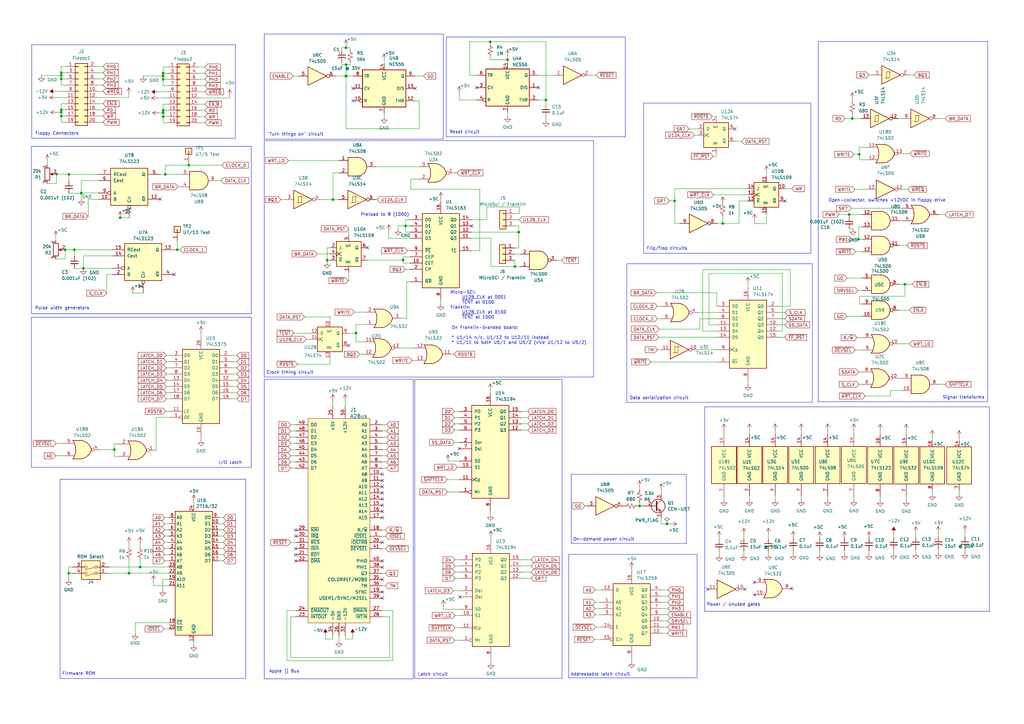
<source format=kicad_sch>
(kicad_sch (version 20230121) (generator eeschema)

  (uuid 56eaaa0c-e1fe-4237-9a20-09a5d3261c04)

  (paper "A3")

  (title_block
    (title "Micro-SCI Floppy Drive Controller")
    (date "2023-07-17")
    (rev "v0.2")
    (company "RyuCats")
  )

  

  (junction (at 352.3996 63.2968) (diameter 0) (color 0 0 0 0)
    (uuid 0eb7f77a-1691-46a5-beb9-708ba98faadf)
  )
  (junction (at 141.9606 31.1912) (diameter 0) (color 0 0 0 0)
    (uuid 13592c1d-8d3a-4a77-9349-f40d5d958c1c)
  )
  (junction (at 49.276 89.3064) (diameter 0) (color 0 0 0 0)
    (uuid 14d45346-d329-43a1-b9b8-64a35b0c2786)
  )
  (junction (at 25.1206 47.5996) (diameter 0) (color 0 0 0 0)
    (uuid 15f43f1c-accb-4895-805a-096f40d54a7a)
  )
  (junction (at 57.4802 232.5624) (diameter 0) (color 0 0 0 0)
    (uuid 227877cb-8d6b-42dd-9f7a-f23170c0b15d)
  )
  (junction (at 66.9036 46.2788) (diameter 0) (color 0 0 0 0)
    (uuid 227ba67b-bd2a-403b-9cca-ece13dfc9a29)
  )
  (junction (at 349.5548 48.6156) (diameter 0) (color 0 0 0 0)
    (uuid 22d6e3b8-95bd-43ec-9b4a-155fdcc0cc26)
  )
  (junction (at 262.3312 207.518) (diameter 0) (color 0 0 0 0)
    (uuid 23e17ec8-9479-4c85-9262-9a7a693e4f16)
  )
  (junction (at 66.9036 32.5628) (diameter 0) (color 0 0 0 0)
    (uuid 2668cc68-5cd8-4256-8d5f-46a4b9c3d00f)
  )
  (junction (at 23.1902 71.3994) (diameter 0) (color 0 0 0 0)
    (uuid 29ede8ec-7163-4f64-b12a-891361f6d83e)
  )
  (junction (at 141.9352 31.1912) (diameter 0) (color 0 0 0 0)
    (uuid 2ad1150c-6a6d-4f48-80de-136a5933bf00)
  )
  (junction (at 66.9036 45.2628) (diameter 0) (color 0 0 0 0)
    (uuid 3676ef53-63ee-4f61-b495-9fda43b885aa)
  )
  (junction (at 52.9082 235.1024) (diameter 0) (color 0 0 0 0)
    (uuid 4047e49c-241f-4070-8ebb-d2175194a5a3)
  )
  (junction (at 25.1206 45.0596) (diameter 0) (color 0 0 0 0)
    (uuid 40a6aa2a-e077-4ccc-98cc-345cab0b77dd)
  )
  (junction (at 25.1206 32.3596) (diameter 0) (color 0 0 0 0)
    (uuid 427efada-0d99-44ee-b65a-61a94a1ba131)
  )
  (junction (at 25.1206 46.0756) (diameter 0) (color 0 0 0 0)
    (uuid 44148518-9c6e-4761-89b6-5d970091b980)
  )
  (junction (at 66.9036 47.8028) (diameter 0) (color 0 0 0 0)
    (uuid 48719128-be50-41b3-839a-ab256d4cf8cc)
  )
  (junction (at 67.7672 71.5264) (diameter 0) (color 0 0 0 0)
    (uuid 5003d7e0-03d4-4a97-9867-30b08d65563e)
  )
  (junction (at 25.1206 29.8196) (diameter 0) (color 0 0 0 0)
    (uuid 5064e6d7-e5c5-4f08-9333-555f72eee4ee)
  )
  (junction (at 208.1784 24.4856) (diameter 0) (color 0 0 0 0)
    (uuid 52c27fbd-9fc4-4e48-90e6-38e3a0d82b5d)
  )
  (junction (at 77.4192 67.7672) (diameter 0) (color 0 0 0 0)
    (uuid 531f59de-cffa-4898-944c-2df625fa4f9d)
  )
  (junction (at 371.1448 116.586) (diameter 0) (color 0 0 0 0)
    (uuid 5481632d-fd31-48d1-9241-3db81d2839df)
  )
  (junction (at 166.3192 92.6592) (diameter 0) (color 0 0 0 0)
    (uuid 62ec17b1-65c1-4c8e-8373-71d96a4abc8f)
  )
  (junction (at 201.0664 17.1196) (diameter 0) (color 0 0 0 0)
    (uuid 68ac5519-04af-4e05-a4cf-db1e10ee5e75)
  )
  (junction (at 25.1206 30.9626) (diameter 0) (color 0 0 0 0)
    (uuid 6a049e7b-9826-405a-8ee8-2a6dd344f06c)
  )
  (junction (at 212.7504 95.1992) (diameter 0) (color 0 0 0 0)
    (uuid 76f27323-c1b6-4a00-a4f9-70e5b2fc6f64)
  )
  (junction (at 296.418 91.6432) (diameter 0) (color 0 0 0 0)
    (uuid 79353c67-35db-4fb8-abb6-9245fc42cbe6)
  )
  (junction (at 72.6948 102.4128) (diameter 0) (color 0 0 0 0)
    (uuid 7ce3703f-729a-4203-950c-652f669b6459)
  )
  (junction (at 26.7208 102.4128) (diameter 0) (color 0 0 0 0)
    (uuid 8333f7e2-3100-475c-84ac-bd4fd90e46a2)
  )
  (junction (at 141.9098 19.6088) (diameter 0) (color 0 0 0 0)
    (uuid 85293332-46cf-469f-9f14-444ea1474be8)
  )
  (junction (at 145.9992 136.652) (diameter 0) (color 0 0 0 0)
    (uuid 8a6f51da-dbd5-4499-9d4d-062cfa0c7452)
  )
  (junction (at 165.3032 106.68) (diameter 0) (color 0 0 0 0)
    (uuid 977745df-e2a3-4c8b-8cd8-4034ea36c9c3)
  )
  (junction (at 66.9036 30.0228) (diameter 0) (color 0 0 0 0)
    (uuid 9b875f30-8f9b-4b5b-b27e-88f17676d28e)
  )
  (junction (at 33.3502 79.1464) (diameter 0) (color 0 0 0 0)
    (uuid 9f9bb35f-05c9-4917-bf0a-74edb9b5decb)
  )
  (junction (at 352.1456 98.1456) (diameter 0) (color 0 0 0 0)
    (uuid ad2be07c-8a30-4aa7-a902-e507f61e2d74)
  )
  (junction (at 28.2702 71.5264) (diameter 0) (color 0 0 0 0)
    (uuid ad8a0025-e6c4-4a4a-96d1-a3bb46b52a4d)
  )
  (junction (at 134.1628 106.68) (diameter 0) (color 0 0 0 0)
    (uuid ae179397-46b0-4a33-ac43-4aafafbfe5b9)
  )
  (junction (at 273.558 214.884) (diameter 0) (color 0 0 0 0)
    (uuid b0f8be71-f714-4244-b97f-54dbc83dae95)
  )
  (junction (at 28.194 235.1024) (diameter 0) (color 0 0 0 0)
    (uuid b1859a5c-1e6b-49d8-81c4-6f093d35efed)
  )
  (junction (at 276.7076 82.3976) (diameter 0) (color 0 0 0 0)
    (uuid b4a3bb6a-530b-4020-a7aa-af7ad092ce73)
  )
  (junction (at 34.2138 110.0328) (diameter 0) (color 0 0 0 0)
    (uuid b56295da-b4a2-4945-9c4d-f118b61e7a62)
  )
  (junction (at 141.9606 26.5176) (diameter 0) (color 0 0 0 0)
    (uuid b69758b6-d427-4d1f-9770-f7c02da649a6)
  )
  (junction (at 46.8884 184.404) (diameter 0) (color 0 0 0 0)
    (uuid c4f9e4e2-930d-4690-8724-998bb53a0423)
  )
  (junction (at 348.2848 87.9856) (diameter 0) (color 0 0 0 0)
    (uuid c6e410d8-fbfc-44b4-bcd8-be6e4755ff5a)
  )
  (junction (at 211.1756 109.3216) (diameter 0) (color 0 0 0 0)
    (uuid e4552e4c-cca1-4eb3-a435-a3bdac03e800)
  )
  (junction (at 136.5758 81.8388) (diameter 0) (color 0 0 0 0)
    (uuid ed67b67e-a426-4e33-b6fc-58e6ea6d54f9)
  )
  (junction (at 30.5308 102.4128) (diameter 0) (color 0 0 0 0)
    (uuid f08fc34c-75fd-4391-ab9e-36ec8f420cd0)
  )
  (junction (at 33.3502 79.2734) (diameter 0) (color 0 0 0 0)
    (uuid f2487e48-6677-414e-8fde-0accde918ba7)
  )
  (junction (at 223.9264 40.9956) (diameter 0) (color 0 0 0 0)
    (uuid f58bedbe-f86d-4c34-b2d0-1df5e8ec9b59)
  )
  (junction (at 66.9036 31.1658) (diameter 0) (color 0 0 0 0)
    (uuid fd8434a6-ac94-4e1e-834a-b713ca90d0b1)
  )

  (no_connect (at 121.2596 219.9386) (uuid 00079c83-a711-4f95-8171-4707c1ffe4f2))
  (no_connect (at 188.4172 184.023) (uuid 0023254e-99a6-4e38-9aea-036adb434f94))
  (no_connect (at 305.5366 241.681) (uuid 09946f3d-95c5-4e83-bdee-666ac37263df))
  (no_connect (at 220.8784 35.9156) (uuid 0b4616bb-b68c-4768-b13c-bb3ab37b1241))
  (no_connect (at 156.8196 242.7986) (uuid 11d10470-6e67-4a4b-a7d4-b72ef4a9d1ca))
  (no_connect (at 142.9512 141.732) (uuid 2152bf48-a03d-4428-a1b1-5d9930c6322c))
  (no_connect (at 321.9704 82.4484) (uuid 2357aadf-b5b6-4a47-84a0-ec9270bf8db0))
  (no_connect (at 156.8196 202.1586) (uuid 2dd1b146-5821-42d2-b7b7-652f3d37495f))
  (no_connect (at 156.8196 232.6386) (uuid 3885ffd3-fd3b-4dba-b4f6-fb833d8d535c))
  (no_connect (at 121.2596 227.5586) (uuid 3bb3b145-9e54-4d85-a684-3f371eba77c4))
  (no_connect (at 121.2596 230.0986) (uuid 40c3baa7-d5b0-4c7e-89ad-714f7d1d467f))
  (no_connect (at 71.4248 112.5728) (uuid 46481c9d-3219-495e-99d8-4db677316f31))
  (no_connect (at 144.8562 41.3512) (uuid 4e90335f-0b5c-44b6-954e-50c9221d83fb))
  (no_connect (at 309.4228 243.9416) (uuid 55a97291-90c8-48d1-b85b-42536268fe43))
  (no_connect (at 156.8196 197.0786) (uuid 5a352595-70d1-4dc3-83fe-9cc43b2ea3b8))
  (no_connect (at 121.2596 217.3986) (uuid 5c47f2df-94cd-4506-8fb8-5fba0f3f15d4))
  (no_connect (at 301.3456 52.8828) (uuid 67e50e74-ce51-41c4-8715-55e602ab574f))
  (no_connect (at 156.8196 222.4786) (uuid 730a19e5-44b6-4b85-b39d-3319b8b30c0e))
  (no_connect (at 156.8196 209.7786) (uuid 745f3071-b71a-4126-8cfe-b28100f2c83d))
  (no_connect (at 150.6728 101.6) (uuid 7f69b8a6-fd8d-4ebf-9fac-fb9372e95fdf))
  (no_connect (at 156.8196 237.7186) (uuid 83fd2193-17e5-4a27-adca-61ac1df8125e))
  (no_connect (at 324.6628 241.4016) (uuid 878414e4-e89b-4b62-b96a-3a45817a5ccd))
  (no_connect (at 170.2562 36.2712) (uuid 8f8dedf8-ce30-4ef7-94e6-bf4dd6dfbe7d))
  (no_connect (at 156.8196 245.3386) (uuid 956a391a-da2c-4d12-905e-127887b4e204))
  (no_connect (at 121.2596 225.0186) (uuid af4080e4-3e4a-42fa-a388-9422b5495276))
  (no_connect (at 309.4228 238.8616) (uuid b084c7d8-103e-4844-afc5-634992033d4b))
  (no_connect (at 195.4784 35.9156) (uuid bb9f08b1-817c-4157-86a8-001ebeb5682d))
  (no_connect (at 156.8196 194.5386) (uuid bd9d7e14-21b3-4dcd-9f41-a79fe09ce87e))
  (no_connect (at 193.4972 92.6592) (uuid c0166046-6244-47a5-9534-d1f90d7e129b))
  (no_connect (at 156.8196 199.6186) (uuid c06ada5e-2a3b-4df5-9a4d-1d7db4b05dca))
  (no_connect (at 156.8196 207.2386) (uuid cfd67672-d5af-4a82-ac5e-032c54d5ca3f))
  (no_connect (at 290.2966 241.681) (uuid d9ee195d-667c-46b5-8c90-2d715e6afbee))
  (no_connect (at 156.8196 212.3186) (uuid dad0e8de-846b-4927-a07b-a135ef708439))
  (no_connect (at 156.8196 230.0986) (uuid e84d737c-cffc-4102-ae0c-16e7870ea92c))
  (no_connect (at 144.8562 36.2712) (uuid e85963b0-aca1-4e88-8dcc-ea6a2b30aa16))
  (no_connect (at 188.6204 244.8052) (uuid f56a3247-35bc-4734-a52e-0c4d8a7dd57a))
  (no_connect (at 156.8196 204.6986) (uuid f83a257c-1ff9-4bb7-ae91-0221c4808d11))
  (no_connect (at 65.7352 81.6864) (uuid fbba59ff-199c-431d-9558-e8c866b5ce8c))

  (wire (pts (xy 199.6948 84.8868) (xy 199.6948 90.1192))
    (stroke (width 0) (type default))
    (uuid 00574d2a-adbb-461e-bfab-c3030d96eb4f)
  )
  (wire (pts (xy 44.9072 232.5624) (xy 57.4802 232.5624))
    (stroke (width 0) (type default))
    (uuid 0069cff1-7758-4892-937b-381c82fabe50)
  )
  (wire (pts (xy 214.0204 229.5652) (xy 217.8304 229.5652))
    (stroke (width 0) (type default))
    (uuid 007e0ebe-d85a-4638-af77-d1a23acf3dd8)
  )
  (wire (pts (xy 193.4972 102.8192) (xy 196.7484 102.8192))
    (stroke (width 0) (type default))
    (uuid 00886f5c-4976-4610-9ff6-c8245aa5e3db)
  )
  (wire (pts (xy 270.1544 138.3284) (xy 294.0812 138.3284))
    (stroke (width 0) (type default))
    (uuid 00f4b3b9-78f1-4610-b5e0-84f3d25adcc5)
  )
  (wire (pts (xy 25.1206 32.3596) (xy 25.1206 34.8996))
    (stroke (width 0) (type default))
    (uuid 00f7c9a1-a7ec-475d-ae41-a3a9244fac3f)
  )
  (wire (pts (xy 188.3664 196.723) (xy 188.3664 196.6976))
    (stroke (width 0) (type default))
    (uuid 0109a42f-4b31-4ebe-876a-96b722593589)
  )
  (wire (pts (xy 171.9072 52.7812) (xy 171.9072 41.3512))
    (stroke (width 0) (type default))
    (uuid 01e83326-4e98-4d5f-82ec-8f0b7bea881a)
  )
  (wire (pts (xy 271.78 259.7404) (xy 273.7612 259.7404))
    (stroke (width 0) (type default))
    (uuid 039917d2-99a2-4522-8665-986db18d8e31)
  )
  (wire (pts (xy 328.6252 176.403) (xy 328.6252 178.054))
    (stroke (width 0) (type default))
    (uuid 040dbea4-9977-4a31-9393-13ea60b16445)
  )
  (wire (pts (xy 89.6112 219.8624) (xy 91.6432 219.8624))
    (stroke (width 0) (type default))
    (uuid 04752ae3-bfc2-458d-bdc8-afea6c7649ee)
  )
  (wire (pts (xy 314.3504 91.694) (xy 309.5244 91.694))
    (stroke (width 0) (type default))
    (uuid 04a6efa1-aa9e-4645-bd05-c8e4cdf162a6)
  )
  (wire (pts (xy 165.3032 105.3592) (xy 165.3032 106.68))
    (stroke (width 0) (type default))
    (uuid 04c4f103-cb52-4f78-8869-ddd422c5923e)
  )
  (wire (pts (xy 306.7812 156.1084) (xy 306.7812 157.6324))
    (stroke (width 0) (type default))
    (uuid 05420eaf-24bd-4d1e-99bf-3be6ddd68c66)
  )
  (wire (pts (xy 292.0746 47.8028) (xy 293.7256 47.8028))
    (stroke (width 0) (type default))
    (uuid 05c4193c-faca-4502-a4be-7633bebf234d)
  )
  (wire (pts (xy 271.78 254.6604) (xy 273.812 254.6604))
    (stroke (width 0) (type default))
    (uuid 05fc5cc0-bb44-4350-a781-560e0e3b4c4c)
  )
  (wire (pts (xy 117.7036 250.4186) (xy 117.7036 270.9926))
    (stroke (width 0) (type default))
    (uuid 06181ce3-b06b-4529-8cce-dd2810672270)
  )
  (wire (pts (xy 349.5548 46.6852) (xy 349.5548 48.6156))
    (stroke (width 0) (type default))
    (uuid 06218eff-932a-4ad7-ab6b-b89dec2588f6)
  )
  (wire (pts (xy 69.2912 224.9424) (xy 67.5132 224.9424))
    (stroke (width 0) (type default))
    (uuid 064b29a8-f9a3-4267-b587-373d5046518a)
  )
  (wire (pts (xy 214.376 176.3776) (xy 216.4842 176.3776))
    (stroke (width 0) (type default))
    (uuid 0656086a-1f5b-495e-8615-b7c40f0badad)
  )
  (wire (pts (xy 65.7352 71.5264) (xy 67.7672 71.5264))
    (stroke (width 0) (type default))
    (uuid 0658e204-d1d7-4688-850d-e45c9a506c98)
  )
  (wire (pts (xy 170.2562 31.1912) (xy 173.7106 31.1912))
    (stroke (width 0) (type default))
    (uuid 067721b1-e889-468c-8cef-c43830664980)
  )
  (wire (pts (xy 188.2648 168.7576) (xy 186.3852 168.7576))
    (stroke (width 0) (type default))
    (uuid 0754172d-7b54-485f-b2c6-89de78d13fc8)
  )
  (wire (pts (xy 22.9616 39.9796) (xy 27.0256 39.9796))
    (stroke (width 0) (type default))
    (uuid 07851094-48db-4000-b57f-0f0e1e1f126f)
  )
  (wire (pts (xy 180.7972 81.4832) (xy 180.7972 82.4992))
    (stroke (width 0) (type default))
    (uuid 09aa1bf2-8a17-4f34-8d88-8b81ad5c5abb)
  )
  (wire (pts (xy 39.7256 45.0596) (xy 42.2656 45.0596))
    (stroke (width 0) (type default))
    (uuid 09c87717-7ef4-45f4-b64d-0750365e4a24)
  )
  (wire (pts (xy 68.2244 148.336) (xy 69.7484 148.336))
    (stroke (width 0) (type default))
    (uuid 0a0b1b1c-92a4-478c-aa5b-ee031bba2f03)
  )
  (wire (pts (xy 52.9082 235.1024) (xy 69.2912 235.1024))
    (stroke (width 0) (type default))
    (uuid 0b2ece80-3483-4240-b6c8-87d84edcd6a8)
  )
  (wire (pts (xy 68.2244 150.876) (xy 69.7484 150.876))
    (stroke (width 0) (type default))
    (uuid 0b68a056-85b6-48d1-a2cc-038c8a65659f)
  )
  (wire (pts (xy 66.7512 241.9096) (xy 66.7512 237.6424))
    (stroke (width 0) (type default))
    (uuid 0c0c9414-8569-47d0-9bbd-a5c6f7990176)
  )
  (wire (pts (xy 124.9172 129.9972) (xy 135.3312 129.9972))
    (stroke (width 0) (type default))
    (uuid 0c245cbd-de2b-42e4-ad95-41f85b657bc9)
  )
  (wire (pts (xy 352.3996 65.532) (xy 355.4476 65.532))
    (stroke (width 0) (type default))
    (uuid 0c490525-8dc8-42cf-8f5d-14c1f973c5bc)
  )
  (wire (pts (xy 27.0256 27.2796) (xy 25.1206 27.2796))
    (stroke (width 0) (type default))
    (uuid 0d15b18c-8f36-417c-8627-6d7fc247b2d0)
  )
  (wire (pts (xy 269.6972 130.7084) (xy 271.2212 130.7084))
    (stroke (width 0) (type default))
    (uuid 0d5c8966-853d-4aee-89ff-753b20ea3fd6)
  )
  (wire (pts (xy 25.1206 45.0596) (xy 27.0256 45.0596))
    (stroke (width 0) (type default))
    (uuid 0d838062-46de-45e9-bfdd-65e77dd8aee8)
  )
  (wire (pts (xy 67.9704 168.656) (xy 69.7484 168.656))
    (stroke (width 0) (type default))
    (uuid 0e12576a-5d20-430c-b87b-bc4facb73712)
  )
  (wire (pts (xy 350.2152 63.2968) (xy 352.3996 63.2968))
    (stroke (width 0) (type default))
    (uuid 0e4c835e-1a72-4fc8-beef-fd110906edea)
  )
  (wire (pts (xy 214.0204 232.1052) (xy 217.8304 232.1052))
    (stroke (width 0) (type default))
    (uuid 0f094e4b-acc5-4d61-81bb-2d09930a28bd)
  )
  (wire (pts (xy 262.3312 199.644) (xy 262.3312 201.041))
    (stroke (width 0) (type default))
    (uuid 10252dee-e0c1-46aa-b100-90f76de019ec)
  )
  (wire (pts (xy 159.8676 269.7226) (xy 159.8676 252.9586))
    (stroke (width 0) (type default))
    (uuid 103875b5-8d01-45bb-9766-b4bffd2a91ed)
  )
  (wire (pts (xy 171.6024 73.4568) (xy 168.5036 73.4568))
    (stroke (width 0) (type default))
    (uuid 1238dca2-75ce-456c-9355-6d2139e5e0aa)
  )
  (wire (pts (xy 269.5702 125.6284) (xy 271.2212 125.6284))
    (stroke (width 0) (type default))
    (uuid 124b9756-7dbf-43a0-80e7-a46f9a2b36c9)
  )
  (wire (pts (xy 214.376 176.403) (xy 214.376 176.3776))
    (stroke (width 0) (type default))
    (uuid 125e7f04-30f0-4f88-af7b-caf18148782b)
  )
  (wire (pts (xy 319.4812 125.6284) (xy 324.1802 125.6284))
    (stroke (width 0) (type default))
    (uuid 1356113a-513f-4af7-ba9a-3e0eb779f180)
  )
  (wire (pts (xy 244.348 257.2004) (xy 246.38 257.2004))
    (stroke (width 0) (type default))
    (uuid 13a98e74-3895-4860-ace8-42264bd188ca)
  )
  (wire (pts (xy 58.7756 31.1658) (xy 66.9036 31.1658))
    (stroke (width 0) (type default))
    (uuid 141295d1-b5fc-4f78-b6c6-4a5775b63835)
  )
  (wire (pts (xy 188.1124 176.403) (xy 188.1124 176.3776))
    (stroke (width 0) (type default))
    (uuid 14237b2d-35e0-4923-9a7b-d65817700424)
  )
  (wire (pts (xy 188.3664 196.6976) (xy 183.4642 196.6976))
    (stroke (width 0) (type default))
    (uuid 1568cca2-d9ad-41d0-b548-de2df5e16612)
  )
  (wire (pts (xy 368.8588 116.586) (xy 371.1448 116.586))
    (stroke (width 0) (type default))
    (uuid 15776cd5-5e30-4bf6-9cc4-824c5705194c)
  )
  (wire (pts (xy 72.6948 102.4128) (xy 73.8378 102.4128))
    (stroke (width 0) (type default))
    (uuid 161eeac9-3140-408f-bf18-bad1c281881f)
  )
  (wire (pts (xy 157.5562 46.4312) (xy 157.5562 47.9552))
    (stroke (width 0) (type default))
    (uuid 16728753-ca6c-4fe7-8178-d0982b6b4f17)
  )
  (wire (pts (xy 360.9848 203.5556) (xy 360.9848 205.0796))
    (stroke (width 0) (type default))
    (uuid 16755ab3-9878-498d-b781-70eb0a8321ce)
  )
  (wire (pts (xy 136.5758 70.9168) (xy 136.5758 81.8388))
    (stroke (width 0) (type default))
    (uuid 1675ca04-4c5f-4b67-bb62-04a02e0c8b69)
  )
  (wire (pts (xy 156.8196 179.2986) (xy 158.5976 179.2986))
    (stroke (width 0) (type default))
    (uuid 169e61eb-96e8-4c61-89f0-5030d1e7f392)
  )
  (wire (pts (xy 201.3712 109.3216) (xy 201.3712 97.7392))
    (stroke (width 0) (type default))
    (uuid 17d991fb-7651-4a3d-90b7-989e67fb6932)
  )
  (wire (pts (xy 315.1378 219.1766) (xy 315.1378 220.9546))
    (stroke (width 0) (type default))
    (uuid 1901c3db-6846-4baf-a944-eb37755bbafa)
  )
  (wire (pts (xy 25.1206 27.2796) (xy 25.1206 29.8196))
    (stroke (width 0) (type default))
    (uuid 19abd9cd-9670-4f1f-864f-883c3b0782ab)
  )
  (wire (pts (xy 286.4612 128.1684) (xy 294.0812 128.1684))
    (stroke (width 0) (type default))
    (uuid 1a8f27f6-8e7c-4479-9c29-473839a5673e)
  )
  (wire (pts (xy 140.1826 19.6088) (xy 141.9098 19.6088))
    (stroke (width 0) (type default))
    (uuid 1a9949f8-d6e1-44c2-8abb-f0e22252bdef)
  )
  (wire (pts (xy 193.4972 97.7392) (xy 201.3712 97.7392))
    (stroke (width 0) (type default))
    (uuid 1aa04cfe-8dfe-4531-80f7-9c39f6757763)
  )
  (wire (pts (xy 121.2596 186.9186) (xy 119.2276 186.9186))
    (stroke (width 0) (type default))
    (uuid 1af49ea9-2385-422c-915b-da380d233ae8)
  )
  (wire (pts (xy 344.1192 87.9856) (xy 348.2848 87.9856))
    (stroke (width 0) (type default))
    (uuid 1bdb14cd-6438-42dc-b5eb-9f1b82ac6ee8)
  )
  (wire (pts (xy 211.1756 104.2416) (xy 213.3092 104.2416))
    (stroke (width 0) (type default))
    (uuid 1bf36dd4-f692-415d-b903-22a2d1f06abb)
  )
  (wire (pts (xy 271.78 247.0404) (xy 273.939 247.0404))
    (stroke (width 0) (type default))
    (uuid 1df8e6c8-70be-4d44-9611-4958c61c9713)
  )
  (wire (pts (xy 69.2912 230.0224) (xy 67.5132 230.0224))
    (stroke (width 0) (type default))
    (uuid 1e42d8a7-e536-4d54-af0a-127f1462310f)
  )
  (wire (pts (xy 82.4484 178.816) (xy 82.4484 180.34))
    (stroke (width 0) (type default))
    (uuid 20d9c6c4-736f-4ad1-a5ed-f7de55b7f1d5)
  )
  (wire (pts (xy 208.1784 22.9616) (xy 208.1784 24.4856))
    (stroke (width 0) (type default))
    (uuid 213f6e22-e8c8-4492-a379-2322f30f3125)
  )
  (wire (pts (xy 90.678 74.0664) (xy 89.2048 74.0664))
    (stroke (width 0) (type default))
    (uuid 22081a94-28e3-4eac-a972-1e55a9b4b799)
  )
  (wire (pts (xy 186.5884 257.5052) (xy 188.6204 257.5052))
    (stroke (width 0) (type default))
    (uuid 22f92fd4-22c2-49c2-b68f-c98d01d59bb6)
  )
  (wire (pts (xy 133.4516 260.5786) (xy 133.4516 262.1026))
    (stroke (width 0) (type default))
    (uuid 234e4088-7b74-4b83-ac7a-d26a332b7728)
  )
  (wire (pts (xy 68.8086 42.7228) (xy 66.9036 42.7228))
    (stroke (width 0) (type default))
    (uuid 23a385f6-c567-4c32-b440-5de537d5d224)
  )
  (wire (pts (xy 25.1206 45.0596) (xy 25.1206 46.0756))
    (stroke (width 0) (type default))
    (uuid 24b5e0b4-6844-4584-9cc5-77dfd19e9a39)
  )
  (wire (pts (xy 165.3032 105.3592) (xy 168.0972 105.3592))
    (stroke (width 0) (type default))
    (uuid 252e28f1-2826-4f6b-b5a9-8bf0780e68d6)
  )
  (wire (pts (xy 266.9032 148.4376) (xy 267.0556 148.4376))
    (stroke (width 0) (type default))
    (uuid 260647dc-5c22-4300-8f41-c2a808039a1b)
  )
  (wire (pts (xy 244.094 252.1204) (xy 246.38 252.1204))
    (stroke (width 0) (type default))
    (uuid 26970cac-8593-4f8a-9df6-0c3172c51261)
  )
  (wire (pts (xy 188.1632 173.8376) (xy 186.3852 173.8376))
    (stroke (width 0) (type default))
    (uuid 26ddf6b2-550e-415c-8c7d-c6d7c0d5e523)
  )
  (wire (pts (xy 393.3952 179.0954) (xy 393.3952 180.7464))
    (stroke (width 0) (type default))
    (uuid 26e2c626-2054-4bf2-bc0f-17f2cb652a87)
  )
  (wire (pts (xy 350.8248 103.2256) (xy 353.6696 103.2256))
    (stroke (width 0) (type default))
    (uuid 27099863-8b7e-4f4e-9483-231766d037e6)
  )
  (wire (pts (xy 324.1802 110.6424) (xy 288.2392 110.6424))
    (stroke (width 0) (type default))
    (uuid 27b956ed-c09f-4b92-adbb-7df9d3bcc521)
  )
  (wire (pts (xy 188.214 171.2976) (xy 186.3852 171.2976))
    (stroke (width 0) (type default))
    (uuid 28d12758-ff2d-4dc4-9737-1eb7e05cd3dd)
  )
  (wire (pts (xy 142.9512 136.652) (xy 145.9992 136.652))
    (stroke (width 0) (type default))
    (uuid 291d89ff-3591-491a-bea1-d06156d7740c)
  )
  (wire (pts (xy 349.5548 48.6156) (xy 346.6084 48.6156))
    (stroke (width 0) (type default))
    (uuid 29968094-cb34-409f-889a-ef790877f393)
  )
  (wire (pts (xy 135.4328 101.6) (xy 134.1628 101.6))
    (stroke (width 0) (type default))
    (uuid 2acb5921-7af8-4f3f-ad29-3f90022b3486)
  )
  (wire (pts (xy 121.2596 222.4786) (xy 119.2276 222.4786))
    (stroke (width 0) (type default))
    (uuid 2b000f12-7837-4dbb-9b1f-5fedbdeacacc)
  )
  (wire (pts (xy 141.5796 262.1026) (xy 144.6276 262.1026))
    (stroke (width 0) (type default))
    (uuid 2b3e8503-775e-4be7-b759-0f65b7dd6fb9)
  )
  (wire (pts (xy 181.864 249.8852) (xy 188.6204 249.8852))
    (stroke (width 0) (type default))
    (uuid 2b771cda-6ef1-4228-a7b9-606d6089e450)
  )
  (wire (pts (xy 69.2912 214.7824) (xy 67.5132 214.7824))
    (stroke (width 0) (type default))
    (uuid 2b922a83-3308-4215-9822-51cefc25e060)
  )
  (wire (pts (xy 192.6844 30.8356) (xy 192.6844 17.1196))
    (stroke (width 0) (type default))
    (uuid 2bbb70e5-c86d-4125-b3fd-383eda8a636a)
  )
  (wire (pts (xy 145.9992 136.652) (xy 145.9992 140.208))
    (stroke (width 0) (type default))
    (uuid 2bd0af92-7508-40d7-8137-150efcf06ce9)
  )
  (wire (pts (xy 141.9352 31.1912) (xy 141.9352 52.7812))
    (stroke (width 0) (type default))
    (uuid 2c505973-1eb3-4942-becd-c975203b9252)
  )
  (wire (pts (xy 259.08 269.9004) (xy 259.08 271.4244))
    (stroke (width 0) (type default))
    (uuid 2ced7b97-65c3-40c2-855f-899ba28847a9)
  )
  (wire (pts (xy 25.1206 42.5196) (xy 25.1206 45.0596))
    (stroke (width 0) (type default))
    (uuid 2d971387-7e10-4b07-81d6-84dc00b9d4eb)
  )
  (wire (pts (xy 356.362 30.734) (xy 357.886 30.734))
    (stroke (width 0) (type default))
    (uuid 2f68bce5-d72c-4897-b6ff-95016d192940)
  )
  (wire (pts (xy 121.2596 184.3786) (xy 119.2276 184.3786))
    (stroke (width 0) (type default))
    (uuid 319b669a-6a92-4893-9b98-c408df234816)
  )
  (wire (pts (xy 79.4512 263.0424) (xy 79.4512 264.4394))
    (stroke (width 0) (type default))
    (uuid 33099e0a-fa78-4987-9d6f-e97f8bb30e04)
  )
  (wire (pts (xy 213.8172 176.403) (xy 214.376 176.403))
    (stroke (width 0) (type default))
    (uuid 330eb766-294c-41b5-8dbc-b9623757c888)
  )
  (wire (pts (xy 81.5086 35.1028) (xy 84.0486 35.1028))
    (stroke (width 0) (type default))
    (uuid 3321ca68-360f-43c2-96b3-e6b31e08b312)
  )
  (wire (pts (xy 39.7256 37.4396) (xy 42.2656 37.4396))
    (stroke (width 0) (type default))
    (uuid 33859ce5-cded-4922-abe0-c4afb5f18990)
  )
  (wire (pts (xy 145.9992 133.096) (xy 145.9992 136.652))
    (stroke (width 0) (type default))
    (uuid 33ca31fa-84e2-422e-88f1-847a5a145573)
  )
  (wire (pts (xy 244.094 249.5804) (xy 246.38 249.5804))
    (stroke (width 0) (type default))
    (uuid 33fcac58-8184-4d20-a1c4-284cdd66749e)
  )
  (wire (pts (xy 25.1206 29.8196) (xy 27.0256 29.8196))
    (stroke (width 0) (type default))
    (uuid 3417a8d8-27e7-4017-8c55-1a7645d76a1d)
  )
  (wire (pts (xy 64.7446 40.1828) (xy 68.8086 40.1828))
    (stroke (width 0) (type default))
    (uuid 348e1eab-d2c1-4b17-9096-fe568a6ea495)
  )
  (wire (pts (xy 271.78 244.5004) (xy 273.939 244.5004))
    (stroke (width 0) (type default))
    (uuid 34d43017-421d-4833-8ffd-032b2cb1a4d5)
  )
  (wire (pts (xy 33.3502 74.0664) (xy 33.3502 79.1464))
    (stroke (width 0) (type default))
    (uuid 3579f635-6354-42f8-a75c-3f1c4ddbabe0)
  )
  (wire (pts (xy 28.194 235.1024) (xy 29.6672 235.1024))
    (stroke (width 0) (type default))
    (uuid 35b32b23-24e6-4df4-9409-7e5e986bd414)
  )
  (wire (pts (xy 267.0556 148.4884) (xy 294.0812 148.4884))
    (stroke (width 0) (type default))
    (uuid 366e3e3b-16b9-4813-8093-b0a030f46916)
  )
  (wire (pts (xy 46.8884 187.198) (xy 48.6664 187.198))
    (stroke (width 0) (type default))
    (uuid 36dabc5e-7da5-44d2-9a3b-0b41b99f0479)
  )
  (wire (pts (xy 95.1484 161.036) (xy 97.1804 161.036))
    (stroke (width 0) (type default))
    (uuid 37a63329-bc53-4bc9-a3a4-1ec82f83cda1)
  )
  (wire (pts (xy 95.1484 148.336) (xy 97.1804 148.336))
    (stroke (width 0) (type default))
    (uuid 37f4e18f-a43e-4eb6-81b1-ce9b6990c4bc)
  )
  (wire (pts (xy 166.9288 115.5192) (xy 168.0972 115.5192))
    (stroke (width 0) (type default))
    (uuid 38817953-56b1-4e6d-9248-8bf813deacf0)
  )
  (wire (pts (xy 133.4516 262.1026) (xy 136.4996 262.1026))
    (stroke (width 0) (type default))
    (uuid 38891a5f-796b-4863-8641-e71ba85257a8)
  )
  (wire (pts (xy 356.4128 225.7552) (xy 356.4128 227.0506))
    (stroke (width 0) (type default))
    (uuid 38b47637-5050-47ac-af4f-98392006f2e2)
  )
  (wire (pts (xy 352.552 121.5136) (xy 352.552 124.6632))
    (stroke (width 0) (type default))
    (uuid 38bbb2ba-655f-4fc6-b64c-71279fa91587)
  )
  (wire (pts (xy 156.8196 189.4586) (xy 158.5976 189.4586))
    (stroke (width 0) (type default))
    (uuid 39057a9e-8840-42e9-83e6-4aff46397e01)
  )
  (wire (pts (xy 188.4172 168.783) (xy 188.2648 168.783))
    (stroke (width 0) (type default))
    (uuid 3967a7f7-9cae-4a03-ab22-fbf79e569eef)
  )
  (wire (pts (xy 139.0396 260.5786) (xy 139.0396 262.8646))
    (stroke (width 0) (type default))
    (uuid 39c95b3c-9153-493a-bf90-c97480710e15)
  )
  (wire (pts (xy 276.7076 77.3684) (xy 306.7304 77.3684))
    (stroke (width 0) (type default))
    (uuid 39cb24c1-da17-45ac-a22a-b2797c1ec8d6)
  )
  (wire (pts (xy 188.3664 196.723) (xy 188.4172 196.723))
    (stroke (width 0) (type default))
    (uuid 39e6851e-e98b-4b38-ac47-417d5a1b0d16)
  )
  (wire (pts (xy 41.3004 184.404) (xy 46.8884 184.404))
    (stroke (width 0) (type default))
    (uuid 3a9f8d25-150e-4f10-bfd9-b6eb1252dc52)
  )
  (wire (pts (xy 212.9536 84.8868) (xy 199.6948 84.8868))
    (stroke (width 0) (type default))
    (uuid 3b07724e-288b-47d2-842d-3bb7c521462f)
  )
  (wire (pts (xy 347.3704 129.7432) (xy 353.6188 129.7432))
    (stroke (width 0) (type default))
    (uuid 3b0854d9-c882-4656-b38a-d91434bdd4de)
  )
  (wire (pts (xy 156.8196 184.3786) (xy 158.5976 184.3786))
    (stroke (width 0) (type default))
    (uuid 3b1f80e4-9899-4eba-b63e-89ca6dbb1c37)
  )
  (wire (pts (xy 325.2978 225.8314) (xy 325.2978 227.0506))
    (stroke (width 0) (type default))
    (uuid 3b5fe685-44aa-435c-856c-b0131936263f)
  )
  (wire (pts (xy 156.8196 240.2586) (xy 158.0896 240.2586))
    (stroke (width 0) (type default))
    (uuid 3b8dae4d-f4bc-4417-a381-a0888263da7b)
  )
  (wire (pts (xy 81.5086 45.2628) (xy 84.0486 45.2628))
    (stroke (width 0) (type default))
    (uuid 3c53083b-e778-489a-8a5a-3aef58728150)
  )
  (wire (pts (xy 271.78 257.2004) (xy 273.812 257.2004))
    (stroke (width 0) (type default))
    (uuid 3d31a697-51de-4e0a-a36c-b8e16bc1a8d7)
  )
  (wire (pts (xy 55.5244 255.4224) (xy 55.5244 255.4732))
    (stroke (width 0) (type default))
    (uuid 3d3fab1e-b37f-4852-bd25-3f861271cbb9)
  )
  (wire (pts (xy 259.08 233.1974) (xy 259.08 234.3404))
    (stroke (width 0) (type default))
    (uuid 3d43c4df-5732-4c74-b1d1-0e5d80941e7a)
  )
  (wire (pts (xy 141.9352 52.7812) (xy 171.9072 52.7812))
    (stroke (width 0) (type default))
    (uuid 3dda110d-7a2a-4c29-aebd-62a4e68366d0)
  )
  (wire (pts (xy 214.0204 234.6452) (xy 217.8304 234.6452))
    (stroke (width 0) (type default))
    (uuid 3f5f71cf-4671-493f-adfd-29d112b44546)
  )
  (wire (pts (xy 296.418 88.646) (xy 296.418 91.6432))
    (stroke (width 0) (type default))
    (uuid 4099f960-bb91-49e1-bf30-9ce4f3907b58)
  )
  (wire (pts (xy 220.8784 40.9956) (xy 223.9264 40.9956))
    (stroke (width 0) (type default))
    (uuid 41a9a39b-2cbb-44f0-80fa-514630e8dc44)
  )
  (wire (pts (xy 188.6204 237.1852) (xy 186.5884 237.1852))
    (stroke (width 0) (type default))
    (uuid 42272146-16b6-4961-b697-8d8f07fcfca2)
  )
  (wire (pts (xy 69.2912 219.8624) (xy 67.5132 219.8624))
    (stroke (width 0) (type default))
    (uuid 423ac83c-2820-4103-b475-46dbb6c3c019)
  )
  (wire (pts (xy 188.3156 201.7776) (xy 183.4642 201.7776))
    (stroke (width 0) (type default))
    (uuid 4260c575-11f9-4ef1-ad5f-cbee43830f9b)
  )
  (wire (pts (xy 154.178 68.3768) (xy 171.6024 68.3768))
    (stroke (width 0) (type default))
    (uuid 433226a3-aef3-4bef-9e83-7e8e6566a820)
  )
  (wire (pts (xy 95.1484 150.876) (xy 97.1804 150.876))
    (stroke (width 0) (type default))
    (uuid 4386ef56-a88d-4d19-8f54-59ec26d88a07)
  )
  (wire (pts (xy 303.1236 82.4484) (xy 306.7304 82.4484))
    (stroke (width 0) (type default))
    (uuid 44999f12-341c-4217-a46e-dfd61699ebac)
  )
  (wire (pts (xy 69.2912 222.4024) (xy 67.5132 222.4024))
    (stroke (width 0) (type default))
    (uuid 4566a2a0-6592-4246-b2d5-7715d2ce6563)
  )
  (wire (pts (xy 273.558 214.884) (xy 271.2212 214.884))
    (stroke (width 0) (type default))
    (uuid 45a47d51-b855-4423-bb51-458cfe753fb6)
  )
  (wire (pts (xy 154.1272 81.8388) (xy 154.686 81.8388))
    (stroke (width 0) (type default))
    (uuid 45fefb57-e01b-4797-b7a4-e56e0b2a70bb)
  )
  (wire (pts (xy 52.9082 222.9104) (xy 52.9082 224.4344))
    (stroke (width 0) (type default))
    (uuid 46ab67f8-f711-4e63-a219-1709c00c7dcd)
  )
  (wire (pts (xy 22.9108 97.282) (xy 22.9108 98.6028))
    (stroke (width 0) (type default))
    (uuid 47e81150-f847-4373-94c8-74272ed0d6b8)
  )
  (wire (pts (xy 213.8172 173.863) (xy 214.3252 173.863))
    (stroke (width 0) (type default))
    (uuid 48d9f184-31bd-403f-812a-b8925b43f59d)
  )
  (wire (pts (xy 208.1784 24.4856) (xy 208.1784 25.7556))
    (stroke (width 0) (type default))
    (uuid 48f198fa-4e7c-4caa-a879-e9922c229418)
  )
  (wire (pts (xy 156.8196 219.9386) (xy 158.0896 219.9386))
    (stroke (width 0) (type default))
    (uuid 4907fd95-2adc-4178-91f0-5e7ab6a8d462)
  )
  (wire (pts (xy 89.6112 222.4024) (xy 91.6432 222.4024))
    (stroke (width 0) (type default))
    (uuid 4981531b-a445-425a-985c-35b8db68489f)
  )
  (wire (pts (xy 141.9352 31.1912) (xy 141.9606 31.1912))
    (stroke (width 0) (type default))
    (uuid 49a241a9-90c2-4b7a-bedd-d204d312788e)
  )
  (wire (pts (xy 166.8272 115.57) (xy 166.9288 115.57))
    (stroke (width 0) (type default))
    (uuid 49cc91fd-dd84-4fc1-9692-8fb5e34396a5)
  )
  (wire (pts (xy 43.7388 120.2436) (xy 43.7896 120.2436))
    (stroke (width 0) (type default))
    (uuid 49f73d90-a4b4-4984-9ada-872de592c31d)
  )
  (wire (pts (xy 166.3192 95.1992) (xy 168.0972 95.1992))
    (stroke (width 0) (type default))
    (uuid 49fdc7cd-5779-4afe-82e8-1924159c0fb2)
  )
  (wire (pts (xy 306.7812 116.2304) (xy 306.7812 118.0084))
    (stroke (width 0) (type default))
    (uuid 4a0e8f76-ca6e-4721-992e-d4d4f847c5fd)
  )
  (wire (pts (xy 239.8776 207.518) (xy 240.5888 207.518))
    (stroke (width 0) (type default))
    (uuid 4a2acf95-6f7d-4425-a23c-0cb7cb65edd5)
  )
  (wire (pts (xy 140.1826 26.5176) (xy 141.9606 26.5176))
    (stroke (width 0) (type default))
    (uuid 4a6bcec2-0cdb-4f58-930e-63f866cb2527)
  )
  (wire (pts (xy 135.3312 129.9972) (xy 135.3312 131.572))
    (stroke (width 0) (type default))
    (uuid 4a8387e4-c19b-44cc-9feb-8ae263107b2f)
  )
  (wire (pts (xy 27.0256 42.5196) (xy 25.1206 42.5196))
    (stroke (width 0) (type default))
    (uuid 4af229f5-987e-4c55-9490-6faecb3c88dd)
  )
  (wire (pts (xy 294.0812 133.2484) (xy 290.7792 133.2484))
    (stroke (width 0) (type default))
    (uuid 4b3e831f-a122-4475-bcb9-8db61283b7fb)
  )
  (wire (pts (xy 375.5898 225.3996) (xy 375.5898 226.6696))
    (stroke (width 0) (type default))
    (uuid 4b422eec-f9ee-4120-8d22-d5d00ab5f408)
  )
  (wire (pts (xy 276.7076 91.6432) (xy 276.7076 82.3976))
    (stroke (width 0) (type default))
    (uuid 4c87f223-dc35-4b7b-9e2f-17fe38a876c1)
  )
  (wire (pts (xy 23.2156 71.4248) (xy 23.1648 71.4248))
    (stroke (width 0) (type default))
    (uuid 4c8f8603-2af7-4091-911b-bc7110ad9154)
  )
  (wire (pts (xy 188.3156 201.803) (xy 188.3156 201.7776))
    (stroke (width 0) (type default))
    (uuid 4ca7ba50-1b86-4d8e-ae73-33f61bbbc22b)
  )
  (wire (pts (xy 67.7672 67.7672) (xy 67.7672 71.5264))
    (stroke (width 0) (type default))
    (uuid 4ceffd38-2de5-46a5-a0f7-e842ec3cae1d)
  )
  (wire (pts (xy 156.8196 217.3986) (xy 158.0896 217.3986))
    (stroke (width 0) (type default))
    (uuid 4dc6859c-4634-4b4e-8fad-c1355a95536a)
  )
  (wire (pts (xy 317.9572 176.403) (xy 317.9572 178.054))
    (stroke (width 0) (type default))
    (uuid 4dce062f-fe9c-45ba-bf07-19e677fc1793)
  )
  (wire (pts (xy 385.1148 157.6324) (xy 387.6548 157.6324))
    (stroke (width 0) (type default))
    (uuid 4dde7aee-c1c9-4f18-8bfc-1b6958c65307)
  )
  (wire (pts (xy 81.5086 40.1828) (xy 94.234 40.1828))
    (stroke (width 0) (type default))
    (uuid 4dffd22e-b19b-47f3-854b-ff138b1e6189)
  )
  (wire (pts (xy 63.9064 184.658) (xy 64.0334 184.658))
    (stroke (width 0) (type default))
    (uuid 4fc3c75b-2b15-47d6-9f44-3c0048d976f1)
  )
  (wire (pts (xy 68.2244 161.036) (xy 69.7484 161.036))
    (stroke (width 0) (type default))
    (uuid 4fc5ae12-b524-423e-a64b-06c7f1a248a6)
  )
  (wire (pts (xy 269.6972 143.4084) (xy 271.0942 143.4084))
    (stroke (width 0) (type default))
    (uuid 503cfeda-3806-406b-97d7-dfb204b10ed8)
  )
  (wire (pts (xy 166.2176 110.4392) (xy 168.0972 110.4392))
    (stroke (width 0) (type default))
    (uuid 503d515e-d298-49b3-9128-617c3ddc37ee)
  )
  (wire (pts (xy 28.194 237.5408) (xy 28.194 235.1024))
    (stroke (width 0) (type default))
    (uuid 51074ef0-0c5d-4d62-b757-e05b5bb9b7dd)
  )
  (wire (pts (xy 28.194 235.1024) (xy 28.194 232.5624))
    (stroke (width 0) (type default))
    (uuid 5150a3ea-ce3f-456e-b571-39cc2c602898)
  )
  (wire (pts (xy 214.2236 168.783) (xy 214.2236 168.7576))
    (stroke (width 0) (type default))
    (uuid 5151ee5e-a27f-4647-8844-e7d15f1ade8d)
  )
  (wire (pts (xy 66.9036 32.5628) (xy 68.8086 32.5628))
    (stroke (width 0) (type default))
    (uuid 51d485f7-bfd6-4fd6-8acc-f0dfff888b18)
  )
  (wire (pts (xy 166.7764 130.556) (xy 164.7952 130.556))
    (stroke (width 0) (type default))
    (uuid 51f46faa-d72c-4e35-bc56-5e81ffa15070)
  )
  (wire (pts (xy 69.2912 255.4224) (xy 55.5244 255.4224))
    (stroke (width 0) (type default))
    (uuid 523202d4-2946-4bb5-908b-af87af37ffd7)
  )
  (wire (pts (xy 91.0844 67.7672) (xy 77.4192 67.7672))
    (stroke (width 0) (type default))
    (uuid 52a60d08-2dbf-4619-8a92-9b2345afb6d0)
  )
  (wire (pts (xy 156.8196 191.9986) (xy 158.5976 191.9986))
    (stroke (width 0) (type default))
    (uuid 5416c4df-ea7a-4661-b447-aa109c05d071)
  )
  (wire (pts (xy 65.1256 46.2788) (xy 66.9036 46.2788))
    (stroke (width 0) (type default))
    (uuid 5491647b-0b85-416f-93e0-6c1f9368cd13)
  )
  (wire (pts (xy 23.1648 71.3994) (xy 23.1902 71.3994))
    (stroke (width 0) (type default))
    (uuid 5491fb1e-350e-4e2f-9d5c-f47ad0356699)
  )
  (wire (pts (xy 26.7208 102.4128) (xy 30.5308 102.4128))
    (stroke (width 0) (type default))
    (uuid 55118ca5-8baa-4b75-96a8-00122cf2edf0)
  )
  (wire (pts (xy 34.2138 110.1598) (xy 34.2138 110.0328))
    (stroke (width 0) (type default))
    (uuid 556b4a53-b62f-4252-96c9-9ca89fdc3d20)
  )
  (wire (pts (xy 349.1992 85.4456) (xy 369.8748 85.4456))
    (stroke (width 0) (type default))
    (uuid 55d3f1c2-e517-4981-b285-9922f65640fa)
  )
  (wire (pts (xy 89.6112 227.4824) (xy 91.6432 227.4824))
    (stroke (width 0) (type default))
    (uuid 5648e0ad-7908-45e0-aea0-ff9d8423af02)
  )
  (wire (pts (xy 28.2702 71.3994) (xy 28.2702 71.5264))
    (stroke (width 0) (type default))
    (uuid 5658af5f-d1cd-4663-a1fe-ed5c88f13f38)
  )
  (wire (pts (xy 375.5898 218.5416) (xy 375.5898 220.3196))
    (stroke (width 0) (type default))
    (uuid 56948bf0-737c-45db-941e-683353cd28b0)
  )
  (wire (pts (xy 143.637 26.5176) (xy 143.637 25.6032))
    (stroke (width 0) (type default))
    (uuid 56bb9998-61ef-4e71-a674-95362aced7e1)
  )
  (wire (pts (xy 188.6204 229.5652) (xy 186.5884 229.5652))
    (stroke (width 0) (type default))
    (uuid 56f30c88-ac25-4f56-aaeb-5771d64dd65b)
  )
  (wire (pts (xy 296.418 83.2612) (xy 296.418 83.566))
    (stroke (width 0) (type default))
    (uuid 5766c08c-fa98-4ffa-bbe8-9414ae131a19)
  )
  (wire (pts (xy 350.6216 77.6732) (xy 355.5492 77.6732))
    (stroke (width 0) (type default))
    (uuid 57ac7607-ea2f-40e2-b641-ca4514d3457f)
  )
  (wire (pts (xy 62.9412 238.6584) (xy 62.9412 240.1824))
    (stroke (width 0) (type default))
    (uuid 57b03b87-e2af-4532-b248-556742f50a61)
  )
  (wire (pts (xy 201.3204 270.2052) (xy 201.3204 271.7292))
    (stroke (width 0) (type default))
    (uuid 58caff2d-1d3d-491d-b34e-72cc4f061328)
  )
  (wire (pts (xy 77.4192 67.1068) (xy 77.4192 67.7672))
    (stroke (width 0) (type default))
    (uuid 58e16511-32bc-462d-b687-6385153f3928)
  )
  (wire (pts (xy 223.9264 48.006) (xy 223.9264 49.276))
    (stroke (width 0) (type default))
    (uuid 59bfd61c-8225-4dd8-ad12-5afe7437b3ff)
  )
  (wire (pts (xy 135.3312 149.352) (xy 135.3312 146.812))
    (stroke (width 0) (type default))
    (uuid 5a227e02-fa3c-40d9-a14d-aaff9005e21f)
  )
  (wire (pts (xy 339.4456 203.454) (xy 339.4456 204.978))
    (stroke (width 0) (type default))
    (uuid 5a57304e-934c-4656-9795-a2a8b4a6cf7d)
  )
  (wire (pts (xy 166.3192 92.6592) (xy 166.3192 95.1992))
    (stroke (width 0) (type default))
    (uuid 5a8d9d77-6aca-49ad-b8b1-3977554b3938)
  )
  (wire (pts (xy 223.9264 40.9956) (xy 223.9264 42.926))
    (stroke (width 0) (type default))
    (uuid 5a93a4ea-562e-44c5-b905-3cca52468a57)
  )
  (wire (pts (xy 165.3032 107.8992) (xy 168.0972 107.8992))
    (stroke (width 0) (type default))
    (uuid 5a9c97a0-d3d2-47d7-898f-6943d1784de3)
  )
  (wire (pts (xy 352.1456 98.1456) (xy 353.6696 98.1456))
    (stroke (width 0) (type default))
    (uuid 5ba471de-1093-4326-92c0-2723a5375b7c)
  )
  (wire (pts (xy 69.2912 232.5624) (xy 57.4802 232.5624))
    (stroke (width 0) (type default))
    (uuid 5bb4bce1-7781-49b0-a2e5-2ff3fda530cc)
  )
  (wire (pts (xy 23.1902 71.3994) (xy 28.2702 71.3994))
    (stroke (width 0) (type default))
    (uuid 5bc08166-176c-4bc0-a744-129bef0b5a09)
  )
  (wire (pts (xy 117.7036 270.9926) (xy 161.1376 270.9926))
    (stroke (width 0) (type default))
    (uuid 5d20f513-96f3-45e6-8e6f-df8ab9df89d5)
  )
  (wire (pts (xy 25.1206 34.8996) (xy 27.0256 34.8996))
    (stroke (width 0) (type default))
    (uuid 5d27cbd1-0833-4211-8852-53f61dfeee2f)
  )
  (wire (pts (xy 271.2212 214.884) (xy 271.2212 212.598))
    (stroke (width 0) (type default))
    (uuid 5e0fc28b-2322-45f8-ac8b-3f81af2ed0b1)
  )
  (wire (pts (xy 211.1756 109.3216) (xy 201.3712 109.3216))
    (stroke (width 0) (type default))
    (uuid 5e87eaba-075b-4738-8ff1-ee1157d6e755)
  )
  (wire (pts (xy 365.3028 160.1724) (xy 369.8748 160.1724))
    (stroke (width 0) (type default))
    (uuid 5f0383a7-215e-4f03-85c0-68d3049b999d)
  )
  (wire (pts (xy 346.3544 225.7044) (xy 346.3544 225.552))
    (stroke (width 0) (type default))
    (uuid 5f0f161d-83dc-42ac-b427-ad2e77af7ede)
  )
  (wire (pts (xy 30.5308 110.1598) (xy 34.2138 110.1598))
    (stroke (width 0) (type default))
    (uuid 5fb15627-80e5-473b-beed-b3c3677fed7c)
  )
  (wire (pts (xy 150.6728 106.68) (xy 165.3032 106.68))
    (stroke (width 0) (type default))
    (uuid 6027640f-37e0-42d7-bf20-38ff168b7741)
  )
  (wire (pts (xy 188.4172 173.863) (xy 188.1632 173.863))
    (stroke (width 0) (type default))
    (uuid 605720ed-af1b-4dfc-a387-9deda0016788)
  )
  (wire (pts (xy 136.4996 164.3126) (xy 136.4996 166.5986))
    (stroke (width 0) (type default))
    (uuid 605c18e9-0ab9-4d66-88fd-46675570926a)
  )
  (wire (pts (xy 79.4512 205.5114) (xy 79.4512 207.1624))
    (stroke (width 0) (type default))
    (uuid 60871891-2df0-49f7-be1f-edc791cc21ca)
  )
  (wire (pts (xy 89.6112 212.2424) (xy 91.6432 212.2424))
    (stroke (width 0) (type default))
    (uuid 624fcb26-8478-4879-b948-381a3add81e3)
  )
  (wire (pts (xy 319.4812 128.1684) (xy 322.0212 128.1684))
    (stroke (width 0) (type default))
    (uuid 62dda6bf-06ac-4807-aa1f-d13c2009baa1)
  )
  (wire (pts (xy 288.2392 110.6424) (xy 288.2392 135.7884))
    (stroke (width 0) (type default))
    (uuid 63057f4f-4e69-4e43-9e92-bd81ee732720)
  )
  (wire (pts (xy 33.3502 79.1464) (xy 40.3352 79.1464))
    (stroke (width 0) (type default))
    (uuid 6321416b-30b3-4b93-80cc-2411b8f9b33f)
  )
  (wire (pts (xy 188.0616 181.483) (xy 188.0616 181.4576))
    (stroke (width 0) (type default))
    (uuid 6323875b-d635-4373-85e7-d8dcb2a61c35)
  )
  (wire (pts (xy 201.0664 24.4856) (xy 208.1784 24.4856))
    (stroke (width 0) (type default))
    (uuid 633ec72a-454b-4d3b-af89-ad2036b4d8a4)
  )
  (wire (pts (xy 352.3996 60.452) (xy 355.4476 60.452))
    (stroke (width 0) (type default))
    (uuid 63959264-16ee-4962-ad4c-eafca22a7c90)
  )
  (wire (pts (xy 187.5536 191.643) (xy 188.4172 191.643))
    (stroke (width 0) (type default))
    (uuid 63e18da4-8347-42b2-bd70-13cde09d2d3a)
  )
  (wire (pts (xy 228.5492 106.7816) (xy 230.3272 106.7816))
    (stroke (width 0) (type default))
    (uuid 64a58eeb-d4ee-410c-8ff3-2a88fbb9cb05)
  )
  (wire (pts (xy 134.1628 101.6) (xy 134.1628 106.68))
    (stroke (width 0) (type default))
    (uuid 64af0dbc-1b39-4f10-a8f3-e307cff166e4)
  )
  (wire (pts (xy 188.6204 232.1052) (xy 186.5884 232.1052))
    (stroke (width 0) (type default))
    (uuid 6546e8b9-070e-4734-af73-74371519eb4f)
  )
  (wire (pts (xy 201.0664 17.1196) (xy 201.0664 18.1356))
    (stroke (width 0) (type default))
    (uuid 65726ef2-7724-4050-a8f1-a0d6b0b1f389)
  )
  (wire (pts (xy 212.7504 95.1992) (xy 212.7504 101.7016))
    (stroke (width 0) (type default))
    (uuid 658a61c5-4d22-48b5-955c-1c092cd87e9f)
  )
  (wire (pts (xy 201.3204 220.2688) (xy 201.3204 221.9452))
    (stroke (width 0) (type default))
    (uuid 6606898b-f154-4605-9ad4-74e8d26a44d2)
  )
  (wire (pts (xy 119.2276 269.7226) (xy 159.8676 269.7226))
    (stroke (width 0) (type default))
    (uuid 662978bf-e6e8-4b6b-b7a4-8884a09091f4)
  )
  (wire (pts (xy 352.3488 157.6324) (xy 353.2886 157.6324))
    (stroke (width 0) (type default))
    (uuid 66946c96-058e-4f2f-a437-cc7b6e228f96)
  )
  (wire (pts (xy 213.8172 168.783) (xy 214.2236 168.783))
    (stroke (width 0) (type default))
    (uuid 66f062fa-e1d0-43e7-9013-bc3b428019b1)
  )
  (wire (pts (xy 143.0528 111.76) (xy 143.0528 115.1128))
    (stroke (width 0) (type default))
    (uuid 670e178b-6366-4afa-bd53-5aaa898f7e46)
  )
  (wire (pts (xy 370.6876 62.992) (xy 373.2276 62.992))
    (stroke (width 0) (type default))
    (uuid 6777b30f-0ff3-4c9e-b6a6-05446795408c)
  )
  (wire (pts (xy 134.1628 106.68) (xy 135.4328 106.68))
    (stroke (width 0) (type default))
    (uuid 67859678-f733-4bce-81e0-d25b8ccd0268)
  )
  (wire (pts (xy 23.1902 71.3994) (xy 23.1902 75.2348))
    (stroke (width 0) (type default))
    (uuid 67d3dc2d-538f-4abc-af89-a56dd839af5f)
  )
  (wire (pts (xy 121.2596 252.9586) (xy 119.2276 252.9586))
    (stroke (width 0) (type default))
    (uuid 67dfcd6c-ca86-4af6-8273-7059cbf9ea27)
  )
  (wire (pts (xy 353.6188 124.6632) (xy 352.552 124.6632))
    (stroke (width 0) (type default))
    (uuid 686bc8d2-4be6-4bfe-910d-2dd253b6e95d)
  )
  (wire (pts (xy 368.9096 100.6856) (xy 371.9576 100.6856))
    (stroke (width 0) (type default))
    (uuid 688a0654-a81b-46e2-ae58-020e9b2a8ea7)
  )
  (wire (pts (xy 52.9082 229.5144) (xy 52.9082 235.1024))
    (stroke (width 0) (type default))
    (uuid 68ad8034-034a-4c62-96d1-0f1908f984b9)
  )
  (wire (pts (xy 49.276 89.3064) (xy 53.0352 89.3064))
    (stroke (width 0) (type default))
    (uuid 68e743c6-e514-4989-bf2d-f84abf2c38f8)
  )
  (wire (pts (xy 336.1944 225.806) (xy 336.1944 226.1108))
    (stroke (width 0) (type default))
    (uuid 694680b7-3ea4-4dcd-a040-307d5e24989e)
  )
  (wire (pts (xy 188.2648 168.783) (xy 188.2648 168.7576))
    (stroke (width 0) (type default))
    (uuid 69a5b1af-f60d-4415-a829-f6fb266dc53b)
  )
  (wire (pts (xy 64.7446 37.6428) (xy 68.8086 37.6428))
    (stroke (width 0) (type default))
    (uuid 69ab0450-3de0-4751-b2bc-1877d366a6ab)
  )
  (wire (pts (xy 66.9036 47.8028) (xy 68.8086 47.8028))
    (stroke (width 0) (type default))
    (uuid 69fc3051-11f5-48d8-826a-0deb3deb4996)
  )
  (wire (pts (xy 351.4852 138.4808) (xy 353.5172 138.4808))
    (stroke (width 0) (type default))
    (uuid 6a55a68e-de0e-4d08-823f-f1cf6d4cf9f3)
  )
  (wire (pts (xy 121.2596 181.83
... [339008 chars truncated]
</source>
